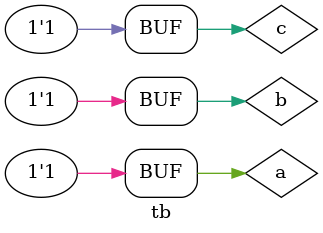
<source format=sv>
/*module tb;
  reg ain,bin,cin;
  wire d,b;
  full_sub full_sub_inst(.a(ain),.b(bin),.c(cin),.diff(d),.bor(b));
  initial 
    begin
      $monitor("t=%0t, ain=%b, bin=%b, cin=%b, d=%b, b=%b", $time, ain,bin,cin,d,b);
     #5 ain = 0;  bin = 0; cin=0;
     #5 ain = 0;  bin = 0; cin=1;
     #5 ain = 0;  bin = 1; cin=0;
     #5 ain = 0;  bin = 1; cin=1;
     #5 ain = 1;  bin = 0; cin=0;
     #5 ain = 1;  bin = 0; cin=1;
     #5 ain = 1;  bin = 1; cin=0;
     #5 ain = 1;  bin = 1; cin=1;
  end
  
endmodule */


module tb;

  reg a,b,c;
  wire dif,bor;
  
  ful_sub ful_sub_inst(.a(a),.b(b),.c(c),.dif(dif),.bor(bor));
  initial 
    begin
      $monitor("t=%0t, a=%B,b=%b,c=%b, dif=%b,  bor=%b",$time,a,b,c,dif,bor);
      #5 a=0; b=0; c=0;
      #5 a=0; b=0; c=1;
      #5 a=0; b=1; c=0;
      #5 a=0; b=1; c=1;
      #5 a=1; b=0; c=0;
      #5 a=1; b=0; c=1;
      #5 a=1; b=1; c=0;
      #5 a=1; b=1; c=1;
    end
endmodule
      

      

      

      

      


      
      


</source>
